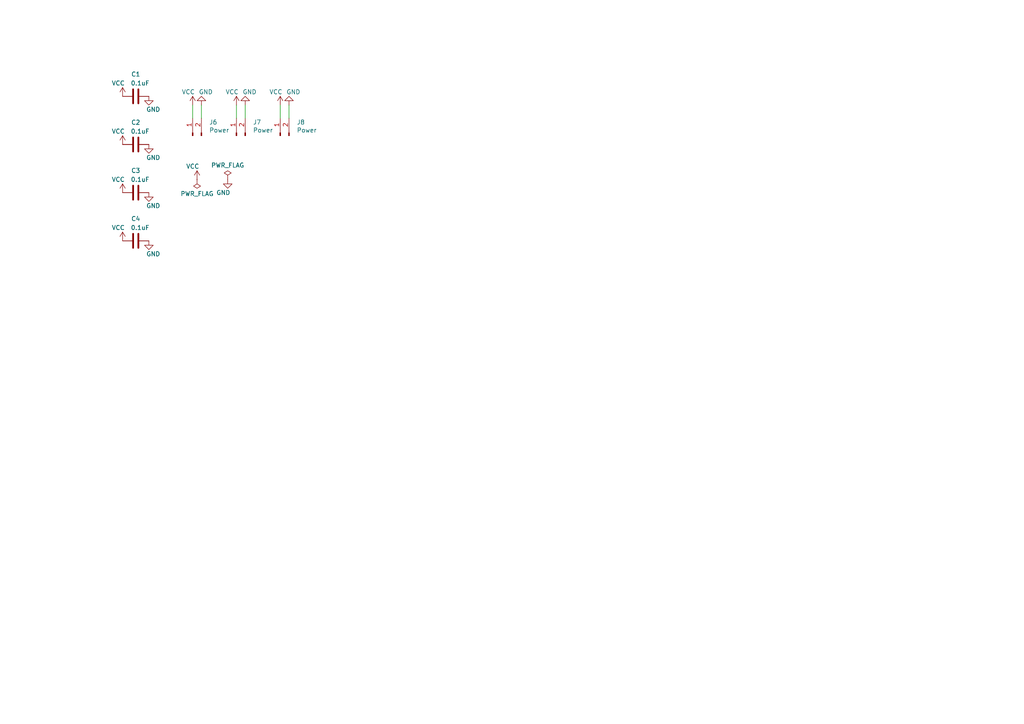
<source format=kicad_sch>
(kicad_sch (version 20230121) (generator eeschema)
  (paper "A4")
  (lib_symbols
    (symbol "Connector:Conn_01x02_Pin" (pin_names (offset 1.016) hide)
      (property "Reference" "J" (at 0 2.54 0))
      (property "Value" "Conn_01x02_Pin" (at 0 -5.08 0))
      (symbol "Conn_01x02_Pin_1_1"
        (polyline (pts (xy 1.27 -2.54) (xy 0.8636 -2.54)) (stroke (width 0.1524)))
        (polyline (pts (xy 1.27 0) (xy 0.8636 0)) (stroke (width 0.1524)))
        (rectangle (start 0.8636 -2.413) (end 0 -2.667) (stroke (width 0.1524)) (fill (type outline)))
        (rectangle (start 0.8636 0.127) (end 0 -0.127) (stroke (width 0.1524)) (fill (type outline)))
        (pin passive line (at 5.08 0 180) (length 3.81) (name "Pin_1") (number "1"))
        (pin passive line (at 5.08 -2.54 180) (length 3.81) (name "Pin_2") (number "2"))
      )
    )
    (symbol "Device:C" (pin_numbers hide) (pin_names (offset 0.254))
      (property "Reference" "C" (at 0.635 2.54 0))
      (property "Value" "C" (at 0.635 -2.54 0))
      (symbol "C_0_1"
        (polyline (pts (xy -2.032 -0.762) (xy 2.032 -0.762)) (stroke (width 0.508)))
        (polyline (pts (xy -2.032 0.762) (xy 2.032 0.762)) (stroke (width 0.508)))
      )
      (symbol "C_1_1"
        (pin passive line (at 0 3.81 270) (length 2.794) (name "~") (number "1"))
        (pin passive line (at 0 -3.81 90) (length 2.794) (name "~") (number "2"))
      )
    )
    (symbol "power:GND" (power) (pin_names (offset 0))
      (property "Value" "GND" (at 0 -3.81 0))
      (symbol "GND_0_1"
        (polyline (pts (xy 0 0) (xy 0 -1.27) (xy 1.27 -1.27) (xy 0 -2.54) (xy -1.27 -1.27) (xy 0 -1.27)))
      )
      (symbol "GND_1_1"
        (pin power_in line (at 0 0 270) (length 0) hide (name "GND") (number "1"))
      )
    )
    (symbol "power:PWR_FLAG" (power) (pin_numbers hide) (pin_names (offset 0) hide)
      (property "Value" "PWR_FLAG" (at 0 3.81 0))
      (symbol "PWR_FLAG_0_0"
        (pin power_out line (at 0 0 90) (length 0) (name "pwr") (number "1"))
      )
      (symbol "PWR_FLAG_0_1"
        (polyline (pts (xy 0 0) (xy 0 1.27) (xy -1.016 1.905) (xy 0 2.54) (xy 1.016 1.905) (xy 0 1.27)))
      )
    )
    (symbol "power:VCC" (power) (pin_names (offset 0))
      (property "Value" "VCC" (at 0 3.81 0))
      (symbol "VCC_0_1"
        (polyline (pts (xy -0.762 1.27) (xy 0 2.54)))
        (polyline (pts (xy 0 0) (xy 0 2.54)))
        (polyline (pts (xy 0 2.54) (xy 0.762 1.27)))
      )
      (symbol "VCC_1_1"
        (pin power_in line (at 0 0 90) (length 0) hide (name "VCC") (number "1"))
      )
    )
  )
  (wire (pts (xy 68.58 30.48) (xy 68.58 34.29)))
  (wire (pts (xy 58.42 30.48) (xy 58.42 34.29)))
  (wire (pts (xy 83.82 30.48) (xy 83.82 34.29)))
  (wire (pts (xy 55.88 34.29) (xy 55.88 30.48)))
  (wire (pts (xy 71.12 30.48) (xy 71.12 34.29)))
  (wire (pts (xy 81.28 30.48) (xy 81.28 34.29)))
  (symbol (lib_id "Device:C") (at 39.37 55.88 270) (unit 1)
    (property "Reference" "C3" (at 39.37 49.4792 90))
    (property "Value" "0.1uF" (at 40.64 52.07 90))
    (property "Footprint" "Capacitor_THT:C_Disc_D4.3mm_W1.9mm_P5.00mm" (effects hide))
  )
  (symbol (lib_id "power:GND") (at 43.18 55.88 0) (unit 1)
    (property "Reference" "#PWR07" (effects hide))
    (property "Value" "GND" (at 44.45 59.69 0))
  )
  (symbol (lib_id "power:VCC") (at 35.56 55.88 0) (unit 1)
    (property "Reference" "#PWR03" (effects hide))
    (property "Value" "VCC" (at 34.29 52.07 0))
  )
  (symbol (lib_id "power:VCC") (at 35.56 69.85 0) (unit 1)
    (property "Reference" "#PWR04" (effects hide))
    (property "Value" "VCC" (at 34.29 66.04 0))
  )
  (symbol (lib_id "Device:C") (at 39.37 69.85 270) (unit 1)
    (property "Reference" "C4" (at 39.37 63.4492 90))
    (property "Value" "0.1uF" (at 40.64 66.04 90))
    (property "Footprint" "Capacitor_THT:C_Disc_D4.3mm_W1.9mm_P5.00mm" (effects hide))
  )
  (symbol (lib_id "power:GND") (at 43.18 69.85 0) (unit 1)
    (property "Reference" "#PWR08" (effects hide))
    (property "Value" "GND" (at 44.45 73.66 0))
  )
  (symbol (lib_id "Connector:Conn_01x02_Pin") (at 55.88 39.37 90) (unit 1)
    (property "Reference" "J6" (at 60.6552 35.4584 90) (effects (justify right)))
    (property "Value" "Power" (at 60.6552 37.7698 90) (effects (justify right)))
    (property "Footprint" "Connector_PinHeader_2.54mm:PinHeader_1x02_P2.54mm_Vertical" (effects hide))
  )
  (symbol (lib_id "Connector:Conn_01x02_Pin") (at 68.58 39.37 90) (unit 1)
    (property "Reference" "J7" (at 73.3552 35.4584 90) (effects (justify right)))
    (property "Value" "Power" (at 73.3552 37.7698 90) (effects (justify right)))
    (property "Footprint" "Connector_PinHeader_2.54mm:PinHeader_1x02_P2.54mm_Vertical" (effects hide))
  )
  (symbol (lib_id "Connector:Conn_01x02_Pin") (at 81.28 39.37 90) (unit 1)
    (property "Reference" "J8" (at 86.0552 35.4584 90) (effects (justify right)))
    (property "Value" "Power" (at 86.0552 37.7698 90) (effects (justify right)))
    (property "Footprint" "Connector_PinHeader_2.54mm:PinHeader_1x02_P2.54mm_Vertical" (effects hide))
  )
  (symbol (lib_id "power:VCC") (at 55.88 30.48 0) (unit 1)
    (property "Reference" "#PWR09" (effects hide))
    (property "Value" "VCC" (at 54.61 26.67 0))
  )
  (symbol (lib_id "power:VCC") (at 68.58 30.48 0) (unit 1)
    (property "Reference" "#PWR011" (effects hide))
    (property "Value" "VCC" (at 67.31 26.67 0))
  )
  (symbol (lib_id "power:VCC") (at 81.28 30.48 0) (unit 1)
    (property "Reference" "#PWR013" (effects hide))
    (property "Value" "VCC" (at 80.01 26.67 0))
  )
  (symbol (lib_id "power:GND") (at 58.42 30.48 180) (unit 1)
    (property "Reference" "#PWR010" (effects hide))
    (property "Value" "GND" (at 59.69 26.67 0))
  )
  (symbol (lib_id "power:GND") (at 71.12 30.48 180) (unit 1)
    (property "Reference" "#PWR012" (effects hide))
    (property "Value" "GND" (at 72.39 26.67 0))
  )
  (symbol (lib_id "power:GND") (at 83.82 30.48 180) (unit 1)
    (property "Reference" "#PWR014" (effects hide))
    (property "Value" "GND" (at 85.09 26.67 0))
  )
  (symbol (lib_id "Device:C") (at 39.37 27.94 270) (unit 1)
    (property "Reference" "C1" (at 39.37 21.5392 90))
    (property "Value" "0.1uF" (at 40.64 24.13 90))
    (property "Footprint" "Capacitor_THT:C_Disc_D4.3mm_W1.9mm_P5.00mm" (effects hide))
  )
  (symbol (lib_id "power:GND") (at 43.18 27.94 0) (unit 1)
    (property "Reference" "#PWR05" (effects hide))
    (property "Value" "GND" (at 44.45 31.75 0))
  )
  (symbol (lib_id "power:VCC") (at 35.56 27.94 0) (unit 1)
    (property "Reference" "#PWR01" (effects hide))
    (property "Value" "VCC" (at 34.29 24.13 0))
  )
  (symbol (lib_id "power:VCC") (at 35.56 41.91 0) (unit 1)
    (property "Reference" "#PWR02" (effects hide))
    (property "Value" "VCC" (at 34.29 38.1 0))
  )
  (symbol (lib_id "Device:C") (at 39.37 41.91 270) (unit 1)
    (property "Reference" "C2" (at 39.37 35.5092 90))
    (property "Value" "0.1uF" (at 40.64 38.1 90))
    (property "Footprint" "Capacitor_THT:C_Disc_D4.3mm_W1.9mm_P5.00mm" (effects hide))
  )
  (symbol (lib_id "power:GND") (at 43.18 41.91 0) (unit 1)
    (property "Reference" "#PWR06" (effects hide))
    (property "Value" "GND" (at 44.45 45.72 0))
  )
  (symbol (lib_id "power:PWR_FLAG") (at 57.15 52.07 180) (unit 1)
    (property "Reference" "#FLG01" (effects hide))
    (property "Value" "PWR_FLAG" (at 57.15 56.2031 0))
  )
  (symbol (lib_id "power:GND") (at 66.04 52.07 0) (unit 1)
    (property "Reference" "#PWR021" (effects hide))
    (property "Value" "GND" (at 64.77 55.88 0))
  )
  (symbol (lib_id "power:PWR_FLAG") (at 66.04 52.07 0) (unit 1)
    (property "Reference" "#FLG02" (effects hide))
    (property "Value" "PWR_FLAG" (at 66.04 47.9369 0))
  )
  (symbol (lib_id "power:VCC") (at 57.15 52.07 0) (unit 1)
    (property "Reference" "#PWR020" (effects hide))
    (property "Value" "VCC" (at 55.88 48.26 0))
  )
)
</source>
